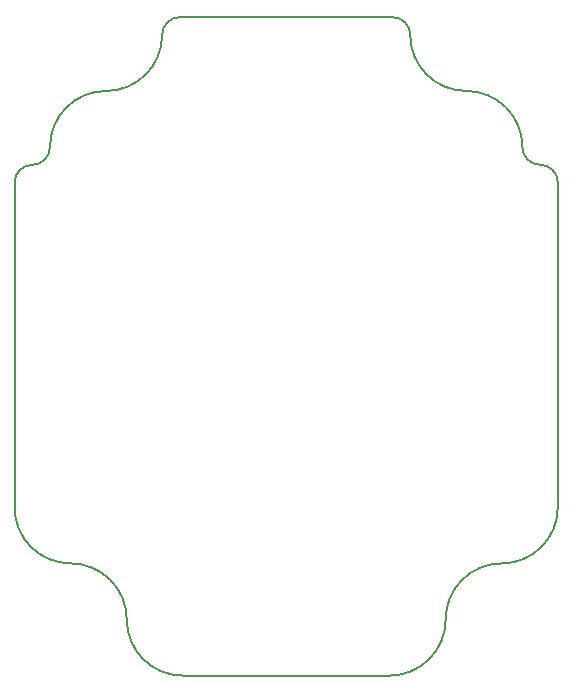
<source format=gbr>
%TF.GenerationSoftware,KiCad,Pcbnew,(5.1.6-0-10_14)*%
%TF.CreationDate,2021-04-11T14:49:43-04:00*%
%TF.ProjectId,F051_ESC-4in1-V2,46303531-5f45-4534-932d-34696e312d56,rev?*%
%TF.SameCoordinates,Original*%
%TF.FileFunction,Profile,NP*%
%FSLAX46Y46*%
G04 Gerber Fmt 4.6, Leading zero omitted, Abs format (unit mm)*
G04 Created by KiCad (PCBNEW (5.1.6-0-10_14)) date 2021-04-11 14:49:43*
%MOMM*%
%LPD*%
G01*
G04 APERTURE LIST*
%TA.AperFunction,Profile*%
%ADD10C,0.150000*%
%TD*%
G04 APERTURE END LIST*
D10*
X161500000Y-74750000D02*
G75*
G02*
X160000000Y-73250000I0J1500000D01*
G01*
X161500000Y-74750000D02*
G75*
G02*
X163000000Y-76250000I0J-1500000D01*
G01*
X163000000Y-76250000D02*
X163000000Y-103750000D01*
X160000000Y-73250000D02*
G75*
G03*
X155250000Y-68500000I-4750000J0D01*
G01*
X150500000Y-63750000D02*
G75*
G03*
X155250000Y-68500000I4750000J0D01*
G01*
X131000000Y-62250000D02*
G75*
G03*
X129500000Y-63750000I0J-1500000D01*
G01*
X129500000Y-63750000D02*
G75*
G02*
X124750000Y-68500000I-4750000J0D01*
G01*
X149000000Y-62250000D02*
G75*
G02*
X150500000Y-63750000I0J-1500000D01*
G01*
X153500000Y-113250000D02*
G75*
G02*
X148750000Y-118000000I-4750000J0D01*
G01*
X131250000Y-118000000D02*
G75*
G02*
X126500000Y-113250000I0J4750000D01*
G01*
X153500000Y-113250000D02*
G75*
G02*
X158250000Y-108500000I4750000J0D01*
G01*
X121750000Y-108500000D02*
G75*
G02*
X126500000Y-113250000I0J-4750000D01*
G01*
X148750000Y-118000000D02*
X131250000Y-118000000D01*
X163000000Y-103750000D02*
G75*
G02*
X158250000Y-108500000I-4750000J0D01*
G01*
X121750000Y-108500000D02*
G75*
G02*
X117000000Y-103750000I0J4750000D01*
G01*
X120000000Y-73250000D02*
G75*
G02*
X124750000Y-68500000I4750000J0D01*
G01*
X117000000Y-76250000D02*
X117000000Y-103750000D01*
X118500000Y-74750000D02*
G75*
G03*
X117000000Y-76250000I0J-1500000D01*
G01*
X118500000Y-74750000D02*
G75*
G03*
X120000000Y-73250000I0J1500000D01*
G01*
X131000000Y-62250000D02*
X149000000Y-62250000D01*
M02*

</source>
